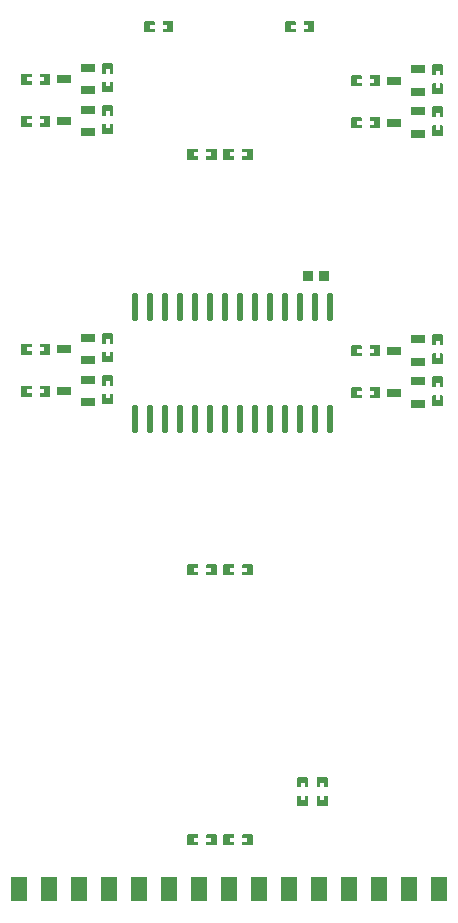
<source format=gbp>
G04 Layer: BottomPasteMaskLayer*
G04 EasyEDA v6.5.29, 2023-07-19 21:55:29*
G04 cd10bac7ed824a03a08366421e07836e,5a6b42c53f6a479593ecc07194224c93,10*
G04 Gerber Generator version 0.2*
G04 Scale: 100 percent, Rotated: No, Reflected: No *
G04 Dimensions in millimeters *
G04 leading zeros omitted , absolute positions ,4 integer and 5 decimal *
%FSLAX45Y45*%
%MOMM*%

%AMMACRO1*21,1,$1,$2,0,0,$3*%
%ADD10R,1.4000X2.0000*%
%ADD11MACRO1,0.8X0.9X0.0000*%
%ADD12O,0.5739892X2.3880064*%
%ADD13MACRO1,1.25X0.7X0.0000*%

%LPD*%
G36*
X2614320Y3305606D02*
G01*
X2609291Y3300577D01*
X2609291Y3220618D01*
X2614320Y3215589D01*
X2694279Y3215589D01*
X2699308Y3220618D01*
X2699308Y3300577D01*
X2694279Y3305606D01*
X2670098Y3305606D01*
X2670098Y3268573D01*
X2637078Y3268573D01*
X2637078Y3305606D01*
G37*
G36*
X2614320Y3464610D02*
G01*
X2609291Y3459581D01*
X2609291Y3380587D01*
X2614320Y3375609D01*
X2637078Y3375609D01*
X2637078Y3413607D01*
X2670098Y3413607D01*
X2670098Y3375609D01*
X2694279Y3375609D01*
X2699308Y3380587D01*
X2699308Y3459581D01*
X2694279Y3464610D01*
G37*
G36*
X2779420Y3305606D02*
G01*
X2774391Y3300577D01*
X2774391Y3220618D01*
X2779420Y3215589D01*
X2859379Y3215589D01*
X2864408Y3220618D01*
X2864408Y3300577D01*
X2859379Y3305606D01*
X2835198Y3305606D01*
X2835198Y3268573D01*
X2802178Y3268573D01*
X2802178Y3305606D01*
G37*
G36*
X2779420Y3464610D02*
G01*
X2774391Y3459581D01*
X2774391Y3380587D01*
X2779420Y3375609D01*
X2802178Y3375609D01*
X2802178Y3413607D01*
X2835198Y3413607D01*
X2835198Y3375609D01*
X2859379Y3375609D01*
X2864408Y3380587D01*
X2864408Y3459581D01*
X2859379Y3464610D01*
G37*
G36*
X1315618Y9862108D02*
G01*
X1310589Y9857079D01*
X1310589Y9777120D01*
X1315618Y9772091D01*
X1395577Y9772091D01*
X1400606Y9777120D01*
X1400606Y9801301D01*
X1363624Y9801301D01*
X1363624Y9834321D01*
X1400606Y9834321D01*
X1400606Y9857079D01*
X1395577Y9862108D01*
G37*
G36*
X1475587Y9862108D02*
G01*
X1470609Y9857079D01*
X1470609Y9834321D01*
X1508607Y9834321D01*
X1508607Y9801301D01*
X1470609Y9801301D01*
X1470609Y9777120D01*
X1475587Y9772091D01*
X1554581Y9772091D01*
X1559610Y9777120D01*
X1559610Y9857079D01*
X1554581Y9862108D01*
G37*
G36*
X2509418Y9862108D02*
G01*
X2504389Y9857079D01*
X2504389Y9777120D01*
X2509418Y9772091D01*
X2589377Y9772091D01*
X2594406Y9777120D01*
X2594406Y9801301D01*
X2557424Y9801301D01*
X2557424Y9834321D01*
X2594406Y9834321D01*
X2594406Y9857079D01*
X2589377Y9862108D01*
G37*
G36*
X2669387Y9862108D02*
G01*
X2664409Y9857079D01*
X2664409Y9834321D01*
X2702407Y9834321D01*
X2702407Y9801301D01*
X2664409Y9801301D01*
X2664409Y9777120D01*
X2669387Y9772091D01*
X2748381Y9772091D01*
X2753410Y9777120D01*
X2753410Y9857079D01*
X2748381Y9862108D01*
G37*
G36*
X1683918Y8782608D02*
G01*
X1678889Y8777579D01*
X1678889Y8697620D01*
X1683918Y8692591D01*
X1763877Y8692591D01*
X1768906Y8697620D01*
X1768906Y8721801D01*
X1731924Y8721801D01*
X1731924Y8754821D01*
X1768906Y8754821D01*
X1768906Y8777579D01*
X1763877Y8782608D01*
G37*
G36*
X1843887Y8782608D02*
G01*
X1838909Y8777579D01*
X1838909Y8754821D01*
X1876907Y8754821D01*
X1876907Y8721801D01*
X1838909Y8721801D01*
X1838909Y8697620D01*
X1843887Y8692591D01*
X1922881Y8692591D01*
X1927910Y8697620D01*
X1927910Y8777579D01*
X1922881Y8782608D01*
G37*
G36*
X1988718Y8782608D02*
G01*
X1983689Y8777579D01*
X1983689Y8697620D01*
X1988718Y8692591D01*
X2068677Y8692591D01*
X2073706Y8697620D01*
X2073706Y8721801D01*
X2036724Y8721801D01*
X2036724Y8754821D01*
X2073706Y8754821D01*
X2073706Y8777579D01*
X2068677Y8782608D01*
G37*
G36*
X2148687Y8782608D02*
G01*
X2143709Y8777579D01*
X2143709Y8754821D01*
X2181707Y8754821D01*
X2181707Y8721801D01*
X2143709Y8721801D01*
X2143709Y8697620D01*
X2148687Y8692591D01*
X2227681Y8692591D01*
X2232710Y8697620D01*
X2232710Y8777579D01*
X2227681Y8782608D01*
G37*
G36*
X1683918Y5264708D02*
G01*
X1678889Y5259679D01*
X1678889Y5179720D01*
X1683918Y5174691D01*
X1763877Y5174691D01*
X1768906Y5179720D01*
X1768906Y5203901D01*
X1731924Y5203901D01*
X1731924Y5236921D01*
X1768906Y5236921D01*
X1768906Y5259679D01*
X1763877Y5264708D01*
G37*
G36*
X1843887Y5264708D02*
G01*
X1838909Y5259679D01*
X1838909Y5236921D01*
X1876907Y5236921D01*
X1876907Y5203901D01*
X1838909Y5203901D01*
X1838909Y5179720D01*
X1843887Y5174691D01*
X1922881Y5174691D01*
X1927910Y5179720D01*
X1927910Y5259679D01*
X1922881Y5264708D01*
G37*
G36*
X1988718Y5264708D02*
G01*
X1983689Y5259679D01*
X1983689Y5179720D01*
X1988718Y5174691D01*
X2068677Y5174691D01*
X2073706Y5179720D01*
X2073706Y5203901D01*
X2036724Y5203901D01*
X2036724Y5236921D01*
X2073706Y5236921D01*
X2073706Y5259679D01*
X2068677Y5264708D01*
G37*
G36*
X2148687Y5264708D02*
G01*
X2143709Y5259679D01*
X2143709Y5236921D01*
X2181707Y5236921D01*
X2181707Y5203901D01*
X2143709Y5203901D01*
X2143709Y5179720D01*
X2148687Y5174691D01*
X2227681Y5174691D01*
X2232710Y5179720D01*
X2232710Y5259679D01*
X2227681Y5264708D01*
G37*
G36*
X1683918Y2978708D02*
G01*
X1678889Y2973679D01*
X1678889Y2893720D01*
X1683918Y2888691D01*
X1763877Y2888691D01*
X1768906Y2893720D01*
X1768906Y2917901D01*
X1731924Y2917901D01*
X1731924Y2950921D01*
X1768906Y2950921D01*
X1768906Y2973679D01*
X1763877Y2978708D01*
G37*
G36*
X1843887Y2978708D02*
G01*
X1838909Y2973679D01*
X1838909Y2950921D01*
X1876907Y2950921D01*
X1876907Y2917901D01*
X1838909Y2917901D01*
X1838909Y2893720D01*
X1843887Y2888691D01*
X1922881Y2888691D01*
X1927910Y2893720D01*
X1927910Y2973679D01*
X1922881Y2978708D01*
G37*
G36*
X1988718Y2978708D02*
G01*
X1983689Y2973679D01*
X1983689Y2893720D01*
X1988718Y2888691D01*
X2068677Y2888691D01*
X2073706Y2893720D01*
X2073706Y2917901D01*
X2036724Y2917901D01*
X2036724Y2950921D01*
X2073706Y2950921D01*
X2073706Y2973679D01*
X2068677Y2978708D01*
G37*
G36*
X2148687Y2978708D02*
G01*
X2143709Y2973679D01*
X2143709Y2950921D01*
X2181707Y2950921D01*
X2181707Y2917901D01*
X2143709Y2917901D01*
X2143709Y2893720D01*
X2148687Y2888691D01*
X2227681Y2888691D01*
X2232710Y2893720D01*
X2232710Y2973679D01*
X2227681Y2978708D01*
G37*
G36*
X3068218Y9049308D02*
G01*
X3063189Y9044279D01*
X3063189Y8964320D01*
X3068218Y8959291D01*
X3148177Y8959291D01*
X3153206Y8964320D01*
X3153206Y8988501D01*
X3116224Y8988501D01*
X3116224Y9021521D01*
X3153206Y9021521D01*
X3153206Y9044279D01*
X3148177Y9049308D01*
G37*
G36*
X3228187Y9049308D02*
G01*
X3223209Y9044279D01*
X3223209Y9021521D01*
X3261207Y9021521D01*
X3261207Y8988501D01*
X3223209Y8988501D01*
X3223209Y8964320D01*
X3228187Y8959291D01*
X3307181Y8959291D01*
X3312210Y8964320D01*
X3312210Y9044279D01*
X3307181Y9049308D01*
G37*
G36*
X3757320Y9141510D02*
G01*
X3752291Y9136481D01*
X3752291Y9056522D01*
X3757320Y9051493D01*
X3781501Y9051493D01*
X3781501Y9088526D01*
X3814521Y9088526D01*
X3814521Y9051493D01*
X3837279Y9051493D01*
X3842308Y9056522D01*
X3842308Y9136481D01*
X3837279Y9141510D01*
G37*
G36*
X3757320Y8981490D02*
G01*
X3752291Y8976512D01*
X3752291Y8897518D01*
X3757320Y8892489D01*
X3837279Y8892489D01*
X3842308Y8897518D01*
X3842308Y8976512D01*
X3837279Y8981490D01*
X3814521Y8981490D01*
X3814521Y8943492D01*
X3781501Y8943492D01*
X3781501Y8981490D01*
G37*
G36*
X3068218Y9404908D02*
G01*
X3063189Y9399879D01*
X3063189Y9319920D01*
X3068218Y9314891D01*
X3148177Y9314891D01*
X3153206Y9319920D01*
X3153206Y9344101D01*
X3116224Y9344101D01*
X3116224Y9377121D01*
X3153206Y9377121D01*
X3153206Y9399879D01*
X3148177Y9404908D01*
G37*
G36*
X3228187Y9404908D02*
G01*
X3223209Y9399879D01*
X3223209Y9377121D01*
X3261207Y9377121D01*
X3261207Y9344101D01*
X3223209Y9344101D01*
X3223209Y9319920D01*
X3228187Y9314891D01*
X3307181Y9314891D01*
X3312210Y9319920D01*
X3312210Y9399879D01*
X3307181Y9404908D01*
G37*
G36*
X3757320Y9497110D02*
G01*
X3752291Y9492081D01*
X3752291Y9412122D01*
X3757320Y9407093D01*
X3781501Y9407093D01*
X3781501Y9444126D01*
X3814521Y9444126D01*
X3814521Y9407093D01*
X3837279Y9407093D01*
X3842308Y9412122D01*
X3842308Y9492081D01*
X3837279Y9497110D01*
G37*
G36*
X3757320Y9337090D02*
G01*
X3752291Y9332112D01*
X3752291Y9253118D01*
X3757320Y9248089D01*
X3837279Y9248089D01*
X3842308Y9253118D01*
X3842308Y9332112D01*
X3837279Y9337090D01*
X3814521Y9337090D01*
X3814521Y9299092D01*
X3781501Y9299092D01*
X3781501Y9337090D01*
G37*
G36*
X3757320Y7211110D02*
G01*
X3752291Y7206081D01*
X3752291Y7126122D01*
X3757320Y7121093D01*
X3781501Y7121093D01*
X3781501Y7158126D01*
X3814521Y7158126D01*
X3814521Y7121093D01*
X3837279Y7121093D01*
X3842308Y7126122D01*
X3842308Y7206081D01*
X3837279Y7211110D01*
G37*
G36*
X3757320Y7051090D02*
G01*
X3752291Y7046112D01*
X3752291Y6967118D01*
X3757320Y6962089D01*
X3837279Y6962089D01*
X3842308Y6967118D01*
X3842308Y7046112D01*
X3837279Y7051090D01*
X3814521Y7051090D01*
X3814521Y7013092D01*
X3781501Y7013092D01*
X3781501Y7051090D01*
G37*
G36*
X3068218Y7118908D02*
G01*
X3063189Y7113879D01*
X3063189Y7033920D01*
X3068218Y7028891D01*
X3148177Y7028891D01*
X3153206Y7033920D01*
X3153206Y7058101D01*
X3116224Y7058101D01*
X3116224Y7091121D01*
X3153206Y7091121D01*
X3153206Y7113879D01*
X3148177Y7118908D01*
G37*
G36*
X3228187Y7118908D02*
G01*
X3223209Y7113879D01*
X3223209Y7091121D01*
X3261207Y7091121D01*
X3261207Y7058101D01*
X3223209Y7058101D01*
X3223209Y7033920D01*
X3228187Y7028891D01*
X3307181Y7028891D01*
X3312210Y7033920D01*
X3312210Y7113879D01*
X3307181Y7118908D01*
G37*
G36*
X3757320Y6855510D02*
G01*
X3752291Y6850481D01*
X3752291Y6770522D01*
X3757320Y6765493D01*
X3781501Y6765493D01*
X3781501Y6802526D01*
X3814521Y6802526D01*
X3814521Y6765493D01*
X3837279Y6765493D01*
X3842308Y6770522D01*
X3842308Y6850481D01*
X3837279Y6855510D01*
G37*
G36*
X3757320Y6695490D02*
G01*
X3752291Y6690512D01*
X3752291Y6611518D01*
X3757320Y6606489D01*
X3837279Y6606489D01*
X3842308Y6611518D01*
X3842308Y6690512D01*
X3837279Y6695490D01*
X3814521Y6695490D01*
X3814521Y6657492D01*
X3781501Y6657492D01*
X3781501Y6695490D01*
G37*
G36*
X3068218Y6763308D02*
G01*
X3063189Y6758279D01*
X3063189Y6678320D01*
X3068218Y6673291D01*
X3148177Y6673291D01*
X3153206Y6678320D01*
X3153206Y6702501D01*
X3116224Y6702501D01*
X3116224Y6735521D01*
X3153206Y6735521D01*
X3153206Y6758279D01*
X3148177Y6763308D01*
G37*
G36*
X3228187Y6763308D02*
G01*
X3223209Y6758279D01*
X3223209Y6735521D01*
X3261207Y6735521D01*
X3261207Y6702501D01*
X3223209Y6702501D01*
X3223209Y6678320D01*
X3228187Y6673291D01*
X3307181Y6673291D01*
X3312210Y6678320D01*
X3312210Y6758279D01*
X3307181Y6763308D01*
G37*
G36*
X963320Y9509810D02*
G01*
X958291Y9504781D01*
X958291Y9424822D01*
X963320Y9419793D01*
X987501Y9419793D01*
X987501Y9456826D01*
X1020521Y9456826D01*
X1020521Y9419793D01*
X1043279Y9419793D01*
X1048308Y9424822D01*
X1048308Y9504781D01*
X1043279Y9509810D01*
G37*
G36*
X963320Y9349790D02*
G01*
X958291Y9344812D01*
X958291Y9265818D01*
X963320Y9260789D01*
X1043279Y9260789D01*
X1048308Y9265818D01*
X1048308Y9344812D01*
X1043279Y9349790D01*
X1020521Y9349790D01*
X1020521Y9311792D01*
X987501Y9311792D01*
X987501Y9349790D01*
G37*
G36*
X274218Y9417608D02*
G01*
X269189Y9412579D01*
X269189Y9332620D01*
X274218Y9327591D01*
X354177Y9327591D01*
X359206Y9332620D01*
X359206Y9356801D01*
X322173Y9356801D01*
X322173Y9389821D01*
X359206Y9389821D01*
X359206Y9412579D01*
X354177Y9417608D01*
G37*
G36*
X434187Y9417608D02*
G01*
X429209Y9412579D01*
X429209Y9389821D01*
X467207Y9389821D01*
X467207Y9356801D01*
X429209Y9356801D01*
X429209Y9332620D01*
X434187Y9327591D01*
X513181Y9327591D01*
X518210Y9332620D01*
X518210Y9412579D01*
X513181Y9417608D01*
G37*
G36*
X963320Y9154210D02*
G01*
X958291Y9149181D01*
X958291Y9069222D01*
X963320Y9064193D01*
X987501Y9064193D01*
X987501Y9101226D01*
X1020521Y9101226D01*
X1020521Y9064193D01*
X1043279Y9064193D01*
X1048308Y9069222D01*
X1048308Y9149181D01*
X1043279Y9154210D01*
G37*
G36*
X963320Y8994190D02*
G01*
X958291Y8989212D01*
X958291Y8910218D01*
X963320Y8905189D01*
X1043279Y8905189D01*
X1048308Y8910218D01*
X1048308Y8989212D01*
X1043279Y8994190D01*
X1020521Y8994190D01*
X1020521Y8956192D01*
X987501Y8956192D01*
X987501Y8994190D01*
G37*
G36*
X274218Y9062008D02*
G01*
X269189Y9056979D01*
X269189Y8977020D01*
X274218Y8971991D01*
X354177Y8971991D01*
X359206Y8977020D01*
X359206Y9001201D01*
X322173Y9001201D01*
X322173Y9034221D01*
X359206Y9034221D01*
X359206Y9056979D01*
X354177Y9062008D01*
G37*
G36*
X434187Y9062008D02*
G01*
X429209Y9056979D01*
X429209Y9034221D01*
X467207Y9034221D01*
X467207Y9001201D01*
X429209Y9001201D01*
X429209Y8977020D01*
X434187Y8971991D01*
X513181Y8971991D01*
X518210Y8977020D01*
X518210Y9056979D01*
X513181Y9062008D01*
G37*
G36*
X274218Y6776008D02*
G01*
X269189Y6770979D01*
X269189Y6691020D01*
X274218Y6685991D01*
X354177Y6685991D01*
X359206Y6691020D01*
X359206Y6715201D01*
X322173Y6715201D01*
X322173Y6748221D01*
X359206Y6748221D01*
X359206Y6770979D01*
X354177Y6776008D01*
G37*
G36*
X434187Y6776008D02*
G01*
X429209Y6770979D01*
X429209Y6748221D01*
X467207Y6748221D01*
X467207Y6715201D01*
X429209Y6715201D01*
X429209Y6691020D01*
X434187Y6685991D01*
X513181Y6685991D01*
X518210Y6691020D01*
X518210Y6770979D01*
X513181Y6776008D01*
G37*
G36*
X963320Y6868210D02*
G01*
X958291Y6863181D01*
X958291Y6783222D01*
X963320Y6778193D01*
X987501Y6778193D01*
X987501Y6815226D01*
X1020521Y6815226D01*
X1020521Y6778193D01*
X1043279Y6778193D01*
X1048308Y6783222D01*
X1048308Y6863181D01*
X1043279Y6868210D01*
G37*
G36*
X963320Y6708190D02*
G01*
X958291Y6703212D01*
X958291Y6624218D01*
X963320Y6619189D01*
X1043279Y6619189D01*
X1048308Y6624218D01*
X1048308Y6703212D01*
X1043279Y6708190D01*
X1020521Y6708190D01*
X1020521Y6670192D01*
X987501Y6670192D01*
X987501Y6708190D01*
G37*
G36*
X274218Y7131608D02*
G01*
X269189Y7126579D01*
X269189Y7046620D01*
X274218Y7041591D01*
X354177Y7041591D01*
X359206Y7046620D01*
X359206Y7070801D01*
X322173Y7070801D01*
X322173Y7103821D01*
X359206Y7103821D01*
X359206Y7126579D01*
X354177Y7131608D01*
G37*
G36*
X434187Y7131608D02*
G01*
X429209Y7126579D01*
X429209Y7103821D01*
X467207Y7103821D01*
X467207Y7070801D01*
X429209Y7070801D01*
X429209Y7046620D01*
X434187Y7041591D01*
X513181Y7041591D01*
X518210Y7046620D01*
X518210Y7126579D01*
X513181Y7131608D01*
G37*
G36*
X963320Y7223810D02*
G01*
X958291Y7218781D01*
X958291Y7138822D01*
X963320Y7133793D01*
X987501Y7133793D01*
X987501Y7170826D01*
X1020521Y7170826D01*
X1020521Y7133793D01*
X1043279Y7133793D01*
X1048308Y7138822D01*
X1048308Y7218781D01*
X1043279Y7223810D01*
G37*
G36*
X963320Y7063790D02*
G01*
X958291Y7058812D01*
X958291Y6979818D01*
X963320Y6974789D01*
X1043279Y6974789D01*
X1048308Y6979818D01*
X1048308Y7058812D01*
X1043279Y7063790D01*
X1020521Y7063790D01*
X1020521Y7025792D01*
X987501Y7025792D01*
X987501Y7063790D01*
G37*
D10*
G01*
X1524000Y2514600D03*
G01*
X1778000Y2514600D03*
G01*
X3810000Y2514600D03*
G01*
X3556000Y2514600D03*
G01*
X3302000Y2514600D03*
G01*
X3048000Y2514600D03*
G01*
X2794000Y2514600D03*
G01*
X254000Y2514600D03*
G01*
X508000Y2514600D03*
G01*
X762000Y2514600D03*
G01*
X1016000Y2514600D03*
G01*
X1270000Y2514600D03*
G01*
X2032000Y2514600D03*
G01*
X2286000Y2514600D03*
G01*
X2540000Y2514600D03*
D11*
G01*
X2838599Y7708900D03*
G01*
X2698600Y7708900D03*
D12*
G01*
X1231900Y7446695D03*
G01*
X1358900Y7446695D03*
G01*
X1485900Y7446695D03*
G01*
X1612900Y7446695D03*
G01*
X1739900Y7446695D03*
G01*
X1866900Y7446695D03*
G01*
X1993900Y7446695D03*
G01*
X2120900Y7446695D03*
G01*
X2247900Y7446695D03*
G01*
X2374900Y7446695D03*
G01*
X2501900Y7446695D03*
G01*
X2628900Y7446695D03*
G01*
X2755900Y7446695D03*
G01*
X2882900Y7446695D03*
G01*
X1231900Y6497904D03*
G01*
X1358900Y6497904D03*
G01*
X1485900Y6497904D03*
G01*
X1612900Y6497904D03*
G01*
X1739900Y6497904D03*
G01*
X1866900Y6497904D03*
G01*
X1993900Y6497904D03*
G01*
X2120900Y6497904D03*
G01*
X2247900Y6497904D03*
G01*
X2374900Y6497904D03*
G01*
X2501900Y6497904D03*
G01*
X2628900Y6497904D03*
G01*
X2755900Y6497904D03*
G01*
X2882900Y6497904D03*
D13*
G01*
X3630599Y9099296D03*
G01*
X3630599Y8909305D03*
G01*
X3430600Y9004301D03*
G01*
X3630599Y9454896D03*
G01*
X3630599Y9264905D03*
G01*
X3430600Y9359901D03*
G01*
X3630599Y7168896D03*
G01*
X3630599Y6978905D03*
G01*
X3430600Y7073901D03*
G01*
X3630599Y6813296D03*
G01*
X3630599Y6623305D03*
G01*
X3430600Y6718301D03*
G01*
X836599Y9467596D03*
G01*
X836599Y9277605D03*
G01*
X636600Y9372601D03*
G01*
X836599Y9111996D03*
G01*
X836599Y8922005D03*
G01*
X636600Y9017001D03*
G01*
X836599Y6825996D03*
G01*
X836599Y6636005D03*
G01*
X636600Y6731001D03*
G01*
X836599Y7181596D03*
G01*
X836599Y6991605D03*
G01*
X636600Y7086601D03*
M02*

</source>
